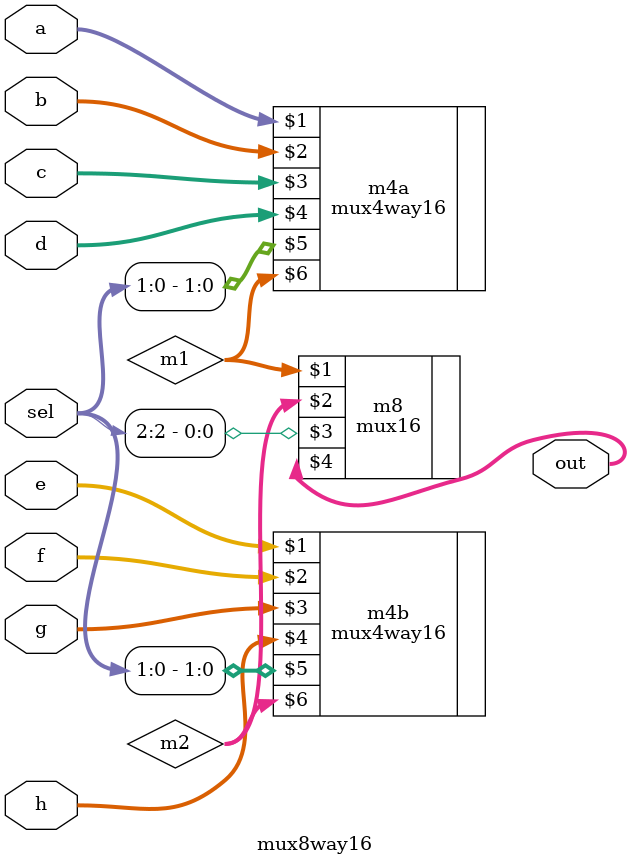
<source format=v>
module mux8way16(a, b, c, d, e, f, g, h, sel, out);
    input [15:0] a, b, c, d, e, f, g, h;
    input [2:0] sel;
    output [15:0] out;

    wire [15:0] m1, m2;

    mux4way16 m4a(a, b, c, d, sel[1:0], m1);
    mux4way16 m4b(e, f, g, h, sel[1:0], m2);
    mux16     m8(m1, m2, sel[2], out);
endmodule

</source>
